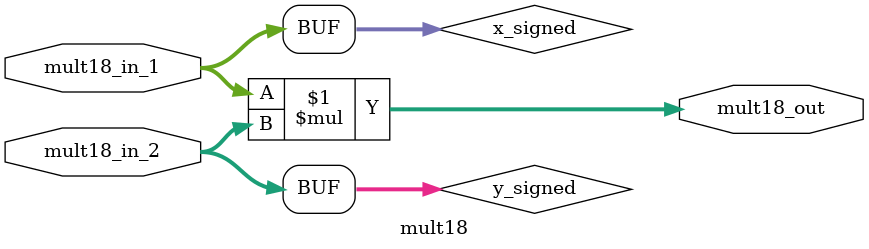
<source format=v>
module add
      #( parameter LEN = 32)

      (input  wire [LEN-1:0] add_in_1, 
       input  wire [LEN-1:0] add_in_2, 
       output wire [LEN:0] add_out);

       assign add_out = add_in_1 + add_in_2;
endmodule

module concat 
      #( parameter LEN1 = 32,
         parameter LEN2 = 32)

      (input wire [LEN1-1:0] concat_in_1, 
       input wire [LEN2-1:0] concat_in_2, 
       output wire [LEN1+LEN2-1:0] concat_out);

       assign concat_out[LEN1+LEN2-1:LEN2] = concat_in_1;
       assign concat_out[LEN2-1:0] = concat_in_2;
endmodule

module not_comp 
      #( parameter LEN = 32)

      (input  wire [LEN-1:0] not_comp_in_1, 
       output wire [LEN-1:0] not_comp_out);

       assign not_comp_out = ~not_comp_in_1;
endmodule

module and_comp
      #( parameter LEN = 32)

      (input  wire [LEN-1:0] and_comp_in_1, 
       input  wire [LEN-1:0] and_comp_in_2, 
       output wire [LEN-1:0] and_comp_out);

       assign and_comp_out = and_comp_in_1 & and_comp_in_2;
endmodule

module or_comp
      #( parameter LEN = 32)

      (input  wire [LEN-1:0] or_comp_in_1, 
       input  wire [LEN-1:0] or_comp_in_2, 
       output wire [LEN-1:0] or_comp_out);

       assign or_comp_out = or_comp_in_1 | or_comp_in_2;
endmodule

module xor_comp
      #( parameter LEN = 32)

      (input  wire [LEN-1:0] xor_comp_in_1, 
       input  wire [LEN-1:0] xor_comp_in_2, 
       output wire [LEN-1:0] xor_comp_out);

       assign xor_comp_out = xor_comp_in_1 ^ xor_comp_in_2;
endmodule

module slice
      #( parameter LEN   = 32,
         parameter LOWER = 0,
         parameter UPPER = 32)
      
      (input  wire [LEN-1:0] slice_in_1,
       output wire [UPPER-LOWER-1: 0] slice_out);
       
       assign slice_out = slice_in_1[UPPER-1:LOWER];
endmodule

module eq
      #( parameter LEN = 32)

      (input  wire [LEN-1:0] eq_in_1, 
       input  wire [LEN-1:0] eq_in_2, 
       output wire eq_out);

       assign eq_out = eq_in_1 == eq_in_2 ? 1'b1 : 1'b0;
endmodule

module ltu
      #( parameter LEN = 32)

      (input  wire [LEN-1:0] ltu_in_1, 
       input  wire [LEN-1:0] ltu_in_2, 
       output wire ltu_out);

       assign ltu_out = ltu_in_1 < ltu_in_2 ? 1'b1 : 1'b0;
endmodule

module lt
      #( parameter LEN = 32)

      (input  wire [LEN-1:0] lt_in_1, 
       input  wire [LEN-1:0] lt_in_2, 
       output wire lt_out);

      wire signed [LEN-1:0] x_signed;
      wire signed [LEN-1:0] y_signed;

      assign x_signed = $signed(lt_in_1);
      assign y_signed = $signed(lt_in_2);

      assign lt_out = x_signed < y_signed ? 1'b1 : 1'b0;
endmodule

module sll
      #( parameter LEN = 32,
         parameter SHAMT = 0)

      (input  wire [LEN-1:0] sll_in_1, 
       output wire [LEN-1:0] sll_out);

      assign sll_out = sll_in_1 << SHAMT;
endmodule

module srl
      #( parameter LEN = 32,
         parameter SHAMT = 0)

      (input  wire [LEN-1:0] srl_in_1, 
       output wire [LEN-1:0] srl_out);

      assign srl_out = srl_in_1 >> SHAMT;
endmodule

module sra
      #( parameter LEN = 32,
         parameter SHAMT = 0)

      (input  wire [LEN-1:0] sra_in_1, 
       output wire [LEN-1:0] sra_out);

      wire signed [LEN-1:0] sra_in_signed;
      wire signed [LEN-1:0] sra_out_signed;

      assign sra_in_signed = $signed(sra_in_1);
      assign sra_out_signed = sra_in_signed >>> SHAMT;
      assign sra_out = $unsigned(sra_out_signed);
endmodule

module mux21_comp
      #( parameter LEN = 32)

      (input  wire mux21_comp_sel,
       input  wire [LEN-1:0] mux21_comp_in_1, 
       input  wire [LEN-1:0] mux21_comp_in_2, 
       output wire [LEN-1:0] mux21_comp_out);

      assign mux21_comp_out = mux21_comp_sel == 1'd1 ? mux21_comp_in_1 : mux21_comp_in_2;
endmodule

module mult18

      (input  wire [17:0] mult18_in_1, 
       input  wire [17:0] mult18_in_2, 
       output wire [35:0] mult18_out);
       
      wire signed [17:0] x_signed;
      wire signed [17:0] y_signed;

      assign x_signed = $signed(mult18_in_1);
      assign y_signed = $signed(mult18_in_2);

      assign mult18_out = x_signed * y_signed;
endmodule

</source>
